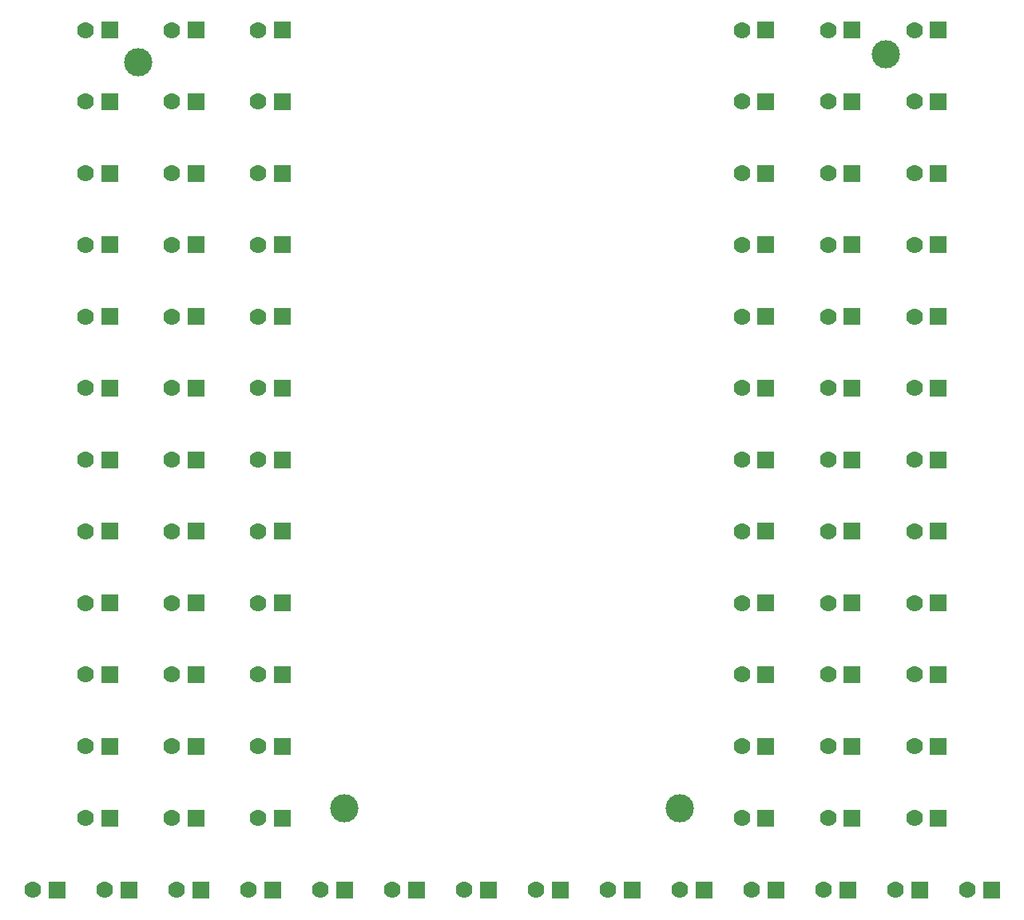
<source format=gbr>
G04 start of page 3 for group 5 layer_idx 8 *
G04 Title: liplight-art, Intern *
G04 Creator: pcb-rnd 2.0.0 *
G04 CreationDate: 2018-08-04 21:30:55 UTC *
G04 For:  *
G04 Format: Gerber/RS-274X *
G04 PCB-Dimensions: 506299 506299 *
G04 PCB-Coordinate-Origin: lower left *
%MOIN*%
%FSLAX25Y25*%
%LNGROUP5*%
%ADD20C,0.0280*%
%ADD19C,0.0988*%
%ADD18C,0.0700*%
%ADD17C,0.0001*%
%ADD16C,0.1181*%
G54D16*X126378Y428268D03*
G54D17*G36*
X110909Y445232D02*X117909D01*
Y438232D01*
X110909D01*
Y445232D01*
G37*
G54D18*X104409Y441732D03*
X140394Y411811D03*
G54D17*G36*
X110909Y415311D02*X117909D01*
Y408311D01*
X110909D01*
Y415311D01*
G37*
G54D18*X104409Y411811D03*
G54D17*G36*
X146894Y415311D02*X153894D01*
Y408311D01*
X146894D01*
Y415311D01*
G37*
G36*
X182878D02*X189878D01*
Y408311D01*
X182878D01*
Y415311D01*
G37*
G54D18*X176378Y411811D03*
G54D17*G36*
X146894Y445232D02*X153894D01*
Y438232D01*
X146894D01*
Y445232D01*
G37*
G54D18*X140394Y441732D03*
G54D17*G36*
X182878Y445232D02*X189878D01*
Y438232D01*
X182878D01*
Y445232D01*
G37*
G54D18*X176378Y441732D03*
G54D17*G36*
X88862Y86098D02*X95862D01*
Y79098D01*
X88862D01*
Y86098D01*
G37*
G54D18*X82362Y82598D03*
G54D17*G36*
X118862Y86098D02*X125862D01*
Y79098D01*
X118862D01*
Y86098D01*
G37*
G54D18*X112362Y82598D03*
X142362D03*
G54D16*X212362Y116614D03*
G54D17*G36*
X182878Y116098D02*X189878D01*
Y109098D01*
X182878D01*
Y116098D01*
G37*
G54D18*X176378Y112598D03*
G54D17*G36*
X148862Y86098D02*X155862D01*
Y79098D01*
X148862D01*
Y86098D01*
G37*
G36*
X178862D02*X185862D01*
Y79098D01*
X178862D01*
Y86098D01*
G37*
G54D18*X172362Y82598D03*
G54D17*G36*
X208862Y86098D02*X215862D01*
Y79098D01*
X208862D01*
Y86098D01*
G37*
G54D18*X202362Y82598D03*
G54D17*G36*
X146894Y116098D02*X153894D01*
Y109098D01*
X146894D01*
Y116098D01*
G37*
G54D18*X140394Y112598D03*
G54D17*G36*
X110909Y116098D02*X117909D01*
Y109098D01*
X110909D01*
Y116098D01*
G37*
G54D18*X104409Y112598D03*
G54D17*G36*
X238862Y86098D02*X245862D01*
Y79098D01*
X238862D01*
Y86098D01*
G37*
G36*
X268862D02*X275862D01*
Y79098D01*
X268862D01*
Y86098D01*
G37*
G54D18*X262362Y82598D03*
G54D17*G36*
X298862Y86098D02*X305862D01*
Y79098D01*
X298862D01*
Y86098D01*
G37*
G54D18*X292362Y82598D03*
X232362D03*
G54D17*G36*
X146894Y205862D02*X153894D01*
Y198862D01*
X146894D01*
Y205862D01*
G37*
G54D18*X140394Y202362D03*
G54D17*G36*
X146894Y175941D02*X153894D01*
Y168941D01*
X146894D01*
Y175941D01*
G37*
G54D18*X140394Y172441D03*
G54D17*G36*
X110909Y146020D02*X117909D01*
Y139020D01*
X110909D01*
Y146020D01*
G37*
G36*
X146894D02*X153894D01*
Y139020D01*
X146894D01*
Y146020D01*
G37*
G54D18*X140394Y142520D03*
G54D17*G36*
X146894Y235783D02*X153894D01*
Y228783D01*
X146894D01*
Y235783D01*
G37*
G54D18*X140394Y232283D03*
G54D17*G36*
X146894Y355469D02*X153894D01*
Y348469D01*
X146894D01*
Y355469D01*
G37*
G36*
Y385390D02*X153894D01*
Y378390D01*
X146894D01*
Y385390D01*
G37*
G36*
Y265705D02*X153894D01*
Y258705D01*
X146894D01*
Y265705D01*
G37*
G36*
Y295626D02*X153894D01*
Y288626D01*
X146894D01*
Y295626D01*
G37*
G36*
Y325547D02*X153894D01*
Y318547D01*
X146894D01*
Y325547D01*
G37*
G54D18*X140394Y351969D03*
Y381890D03*
Y262205D03*
Y292126D03*
Y322047D03*
G54D17*G36*
X182878Y205862D02*X189878D01*
Y198862D01*
X182878D01*
Y205862D01*
G37*
G54D18*X176378Y202362D03*
X104409Y142520D03*
G54D17*G36*
X182878Y146020D02*X189878D01*
Y139020D01*
X182878D01*
Y146020D01*
G37*
G54D18*X176378Y142520D03*
G54D17*G36*
X182878Y175941D02*X189878D01*
Y168941D01*
X182878D01*
Y175941D01*
G37*
G54D18*X176378Y172441D03*
G54D17*G36*
X182878Y235783D02*X189878D01*
Y228783D01*
X182878D01*
Y235783D01*
G37*
G54D18*X176378Y232283D03*
G54D17*G36*
X182878Y355469D02*X189878D01*
Y348469D01*
X182878D01*
Y355469D01*
G37*
G36*
Y385390D02*X189878D01*
Y378390D01*
X182878D01*
Y385390D01*
G37*
G36*
Y265705D02*X189878D01*
Y258705D01*
X182878D01*
Y265705D01*
G37*
G36*
Y295626D02*X189878D01*
Y288626D01*
X182878D01*
Y295626D01*
G37*
G36*
Y325547D02*X189878D01*
Y318547D01*
X182878D01*
Y325547D01*
G37*
G54D18*X176378Y351969D03*
Y381890D03*
Y262205D03*
Y292126D03*
Y322047D03*
G54D17*G36*
X110909Y265705D02*X117909D01*
Y258705D01*
X110909D01*
Y265705D01*
G37*
G36*
Y295626D02*X117909D01*
Y288626D01*
X110909D01*
Y295626D01*
G37*
G36*
Y325547D02*X117909D01*
Y318547D01*
X110909D01*
Y325547D01*
G37*
G36*
Y355469D02*X117909D01*
Y348469D01*
X110909D01*
Y355469D01*
G37*
G36*
Y175941D02*X117909D01*
Y168941D01*
X110909D01*
Y175941D01*
G37*
G36*
Y205862D02*X117909D01*
Y198862D01*
X110909D01*
Y205862D01*
G37*
G36*
Y235783D02*X117909D01*
Y228783D01*
X110909D01*
Y235783D01*
G37*
G36*
Y385390D02*X117909D01*
Y378390D01*
X110909D01*
Y385390D01*
G37*
G54D18*X104409Y262205D03*
Y292126D03*
Y322047D03*
Y351969D03*
Y172441D03*
Y202362D03*
Y232283D03*
Y381890D03*
G54D17*G36*
X420831Y445232D02*X427831D01*
Y438232D01*
X420831D01*
Y445232D01*
G37*
G54D18*X414331Y441732D03*
G54D16*X438307Y431535D03*
G54D17*G36*
X456815Y445232D02*X463815D01*
Y438232D01*
X456815D01*
Y445232D01*
G37*
G54D18*X450315Y441732D03*
G54D17*G36*
X420831Y325547D02*X427831D01*
Y318547D01*
X420831D01*
Y325547D01*
G37*
G54D18*X414331Y322047D03*
G54D17*G36*
X420831Y355469D02*X427831D01*
Y348469D01*
X420831D01*
Y355469D01*
G37*
G54D18*X414331Y351969D03*
G54D17*G36*
X456815Y415311D02*X463815D01*
Y408311D01*
X456815D01*
Y415311D01*
G37*
G54D18*X450315Y411811D03*
G54D17*G36*
X456815Y385390D02*X463815D01*
Y378390D01*
X456815D01*
Y385390D01*
G37*
G54D18*X450315Y381890D03*
G54D17*G36*
X420831Y415311D02*X427831D01*
Y408311D01*
X420831D01*
Y415311D01*
G37*
G54D18*X414331Y411811D03*
G54D17*G36*
X420831Y385390D02*X427831D01*
Y378390D01*
X420831D01*
Y385390D01*
G37*
G54D18*X414331Y381890D03*
G54D16*X352362Y116614D03*
G54D17*G36*
X384846Y116098D02*X391846D01*
Y109098D01*
X384846D01*
Y116098D01*
G37*
G54D18*X378346Y112598D03*
X442362Y82598D03*
G54D17*G36*
X418862Y86098D02*X425862D01*
Y79098D01*
X418862D01*
Y86098D01*
G37*
G54D18*X412362Y82598D03*
G54D17*G36*
X388862Y86098D02*X395862D01*
Y79098D01*
X388862D01*
Y86098D01*
G37*
G36*
X448862D02*X455862D01*
Y79098D01*
X448862D01*
Y86098D01*
G37*
G36*
X478862D02*X485862D01*
Y79098D01*
X478862D01*
Y86098D01*
G37*
G54D18*X472362Y82598D03*
X382362D03*
G54D17*G36*
X456815Y116098D02*X463815D01*
Y109098D01*
X456815D01*
Y116098D01*
G37*
G54D18*X450315Y112598D03*
G54D17*G36*
X420831Y116098D02*X427831D01*
Y109098D01*
X420831D01*
Y116098D01*
G37*
G54D18*X414331Y112598D03*
G54D17*G36*
X328862Y86098D02*X335862D01*
Y79098D01*
X328862D01*
Y86098D01*
G37*
G36*
X358862D02*X365862D01*
Y79098D01*
X358862D01*
Y86098D01*
G37*
G54D18*X352362Y82598D03*
X322362D03*
G54D17*G36*
X384846Y146020D02*X391846D01*
Y139020D01*
X384846D01*
Y146020D01*
G37*
G54D18*X414331Y172441D03*
G54D17*G36*
X420831Y146020D02*X427831D01*
Y139020D01*
X420831D01*
Y146020D01*
G37*
G54D18*X414331Y142520D03*
G54D17*G36*
X420831Y175941D02*X427831D01*
Y168941D01*
X420831D01*
Y175941D01*
G37*
G54D18*X450315Y172441D03*
G54D17*G36*
X456815Y205862D02*X463815D01*
Y198862D01*
X456815D01*
Y205862D01*
G37*
G54D18*X450315Y202362D03*
G54D17*G36*
X456815Y146020D02*X463815D01*
Y139020D01*
X456815D01*
Y146020D01*
G37*
G54D18*X450315Y142520D03*
G54D17*G36*
X456815Y175941D02*X463815D01*
Y168941D01*
X456815D01*
Y175941D01*
G37*
G36*
Y235783D02*X463815D01*
Y228783D01*
X456815D01*
Y235783D01*
G37*
G36*
X420831D02*X427831D01*
Y228783D01*
X420831D01*
Y235783D01*
G37*
G54D18*X414331Y232283D03*
G54D17*G36*
X420831Y265705D02*X427831D01*
Y258705D01*
X420831D01*
Y265705D01*
G37*
G54D18*X414331Y262205D03*
G54D17*G36*
X420831Y205862D02*X427831D01*
Y198862D01*
X420831D01*
Y205862D01*
G37*
G54D18*X414331Y202362D03*
X450315Y232283D03*
G54D17*G36*
X420831Y295626D02*X427831D01*
Y288626D01*
X420831D01*
Y295626D01*
G37*
G54D18*X414331Y292126D03*
G54D17*G36*
X456815Y265705D02*X463815D01*
Y258705D01*
X456815D01*
Y265705D01*
G37*
G36*
Y295626D02*X463815D01*
Y288626D01*
X456815D01*
Y295626D01*
G37*
G36*
Y325547D02*X463815D01*
Y318547D01*
X456815D01*
Y325547D01*
G37*
G36*
Y355469D02*X463815D01*
Y348469D01*
X456815D01*
Y355469D01*
G37*
G54D18*X450315Y262205D03*
Y292126D03*
Y322047D03*
Y351969D03*
X378346Y142520D03*
G54D17*G36*
X384846Y265705D02*X391846D01*
Y258705D01*
X384846D01*
Y265705D01*
G37*
G36*
Y295626D02*X391846D01*
Y288626D01*
X384846D01*
Y295626D01*
G37*
G36*
Y325547D02*X391846D01*
Y318547D01*
X384846D01*
Y325547D01*
G37*
G36*
Y355469D02*X391846D01*
Y348469D01*
X384846D01*
Y355469D01*
G37*
G36*
Y175941D02*X391846D01*
Y168941D01*
X384846D01*
Y175941D01*
G37*
G36*
Y205862D02*X391846D01*
Y198862D01*
X384846D01*
Y205862D01*
G37*
G36*
Y235783D02*X391846D01*
Y228783D01*
X384846D01*
Y235783D01*
G37*
G36*
Y385390D02*X391846D01*
Y378390D01*
X384846D01*
Y385390D01*
G37*
G36*
Y415311D02*X391846D01*
Y408311D01*
X384846D01*
Y415311D01*
G37*
G36*
Y445232D02*X391846D01*
Y438232D01*
X384846D01*
Y445232D01*
G37*
G54D18*X378346Y262205D03*
Y292126D03*
Y322047D03*
Y351969D03*
Y172441D03*
Y202362D03*
Y232283D03*
Y381890D03*
Y411811D03*
Y441732D03*
G54D19*G54D20*G54D19*G54D20*G54D19*G54D20*G54D19*G54D20*M02*

</source>
